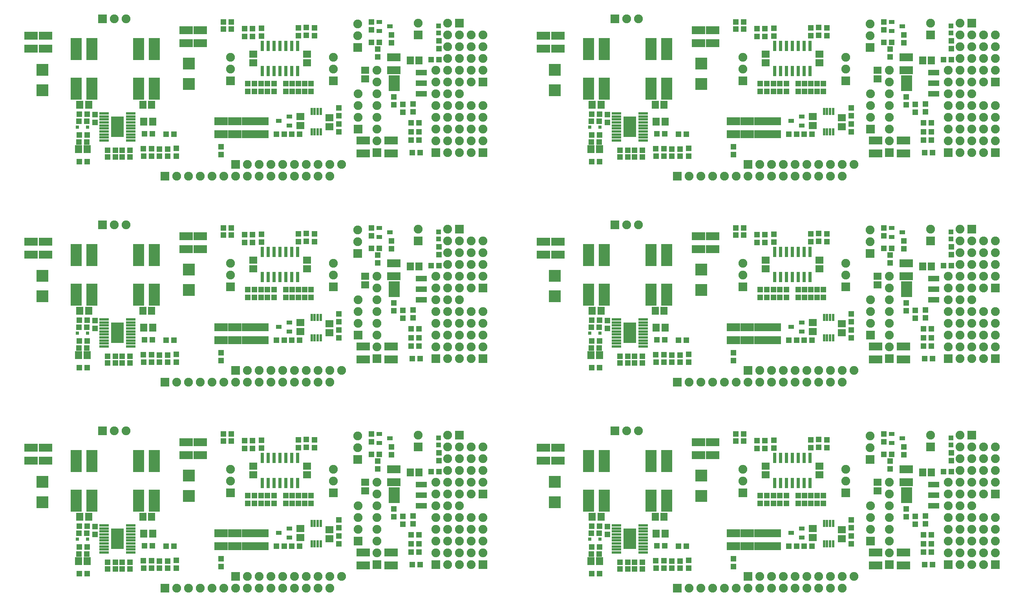
<source format=gbr>
G04 DipTrace 2.4.0.2*
%INTopMask.gbr*%
%MOIN*%
%ADD28R,0.0315X0.0315*%
%ADD46R,0.0316X0.0867*%
%ADD48R,0.0237X0.0631*%
%ADD50R,0.0926X0.136*%
%ADD52R,0.0926X0.0454*%
%ADD54R,0.1064X0.1734*%
%ADD56R,0.0789X0.0237*%
%ADD58R,0.0926X0.1852*%
%ADD60R,0.0493X0.0336*%
%ADD62C,0.0749*%
%ADD64R,0.0749X0.0749*%
%ADD66R,0.0395X0.0395*%
%ADD68R,0.1025X0.1025*%
%ADD70R,0.0474X0.0513*%
%ADD72R,0.0671X0.0592*%
%ADD74R,0.0592X0.0671*%
%ADD76R,0.1143X0.071*%
%ADD78R,0.0513X0.0474*%
%FSLAX44Y44*%
G04*
G70*
G90*
G75*
G01*
%LNTopMask*%
%LPD*%
D78*
X9363Y2639D3*
X10032D3*
D76*
X17750Y4551D3*
Y5654D3*
X18921Y4551D3*
Y5654D3*
X20079Y4557D3*
Y5659D3*
X21230Y4557D3*
Y5659D3*
D78*
X11192Y2681D3*
X11861D3*
D74*
X6408Y3310D3*
X5660D3*
D78*
X11174Y3323D3*
X11843D3*
D74*
X11207Y5626D3*
X11955D3*
D72*
X26957Y5957D3*
Y5209D3*
X24492Y5311D3*
Y6059D3*
D76*
X14785Y12300D3*
Y13402D3*
X16003Y12282D3*
Y13384D3*
D74*
X5764Y7059D3*
X6512D3*
X11118Y7067D3*
X11866D3*
D70*
X20598Y8189D3*
Y8858D3*
X20440Y12876D3*
Y13546D3*
D76*
X2854Y12933D3*
Y11831D3*
X1635Y12937D3*
Y11835D3*
D70*
X24869Y8189D3*
Y8858D3*
X25003Y12957D3*
Y13626D3*
D74*
X34567Y10827D3*
X33819D3*
D76*
X32437Y10002D3*
Y11104D3*
D70*
X33187Y7102D3*
Y6433D3*
D72*
X20507Y10626D3*
Y11374D3*
X25052Y10626D3*
Y11374D3*
D76*
X29813Y2938D3*
Y4040D3*
X32188Y2938D3*
Y4040D3*
D72*
X30000Y9250D3*
Y9998D3*
D68*
X2587Y10031D3*
Y8299D3*
X15013Y10567D3*
Y8835D3*
D28*
X6414Y5150D3*
X5548D3*
D66*
X36240Y13750D3*
Y13159D3*
D64*
X38000Y14000D3*
D62*
X37000D3*
X38000Y13000D3*
X37000D3*
X38000Y12000D3*
X37000D3*
X38000Y11000D3*
X37000D3*
X38000Y10000D3*
X37000D3*
X38000Y9000D3*
X37000D3*
X38000Y8000D3*
X37000D3*
X38000Y7000D3*
X37000D3*
X38000Y6000D3*
X37000D3*
X38000Y5000D3*
X37000D3*
X38000Y4000D3*
X37000D3*
X38000Y3000D3*
X37000D3*
D64*
X19000Y2000D3*
D62*
X20000D3*
X21000D3*
X22000D3*
X23000D3*
X24000D3*
X25000D3*
X26000D3*
X27000D3*
X28000D3*
D64*
X40000Y3000D3*
D62*
X39000D3*
X40000Y4000D3*
X39000D3*
X40000Y5000D3*
X39000D3*
X40000Y6000D3*
X39000D3*
X40000Y7000D3*
X39000D3*
D64*
X40000Y9000D3*
D62*
X39000D3*
X40000Y10000D3*
X39000D3*
X40000Y11000D3*
X39000D3*
X40000Y12000D3*
X39000D3*
X40000Y13000D3*
X39000D3*
D64*
X7681Y14374D3*
D62*
X8681D3*
X9681D3*
D64*
X18549Y9100D3*
D62*
Y10100D3*
Y11100D3*
D64*
X27284Y9096D3*
D62*
Y10096D3*
Y11096D3*
D64*
X34500Y13000D3*
D62*
Y14000D3*
D64*
X29366Y11945D3*
D62*
Y12945D3*
Y13945D3*
D64*
X29378Y5001D3*
D62*
Y6001D3*
Y7001D3*
Y8001D3*
D64*
X36000Y3000D3*
D62*
Y4000D3*
Y5000D3*
Y6000D3*
Y7000D3*
Y8000D3*
Y9000D3*
Y10000D3*
D64*
X31000Y3000D3*
D62*
Y4000D3*
Y5000D3*
Y6000D3*
Y7000D3*
Y8000D3*
Y9000D3*
Y10000D3*
D64*
X13000Y1000D3*
D62*
X14000D3*
X15000D3*
X16000D3*
X17000D3*
X18000D3*
X19000D3*
X20000D3*
X21000D3*
X22000D3*
X23000D3*
X24000D3*
X25000D3*
X26000D3*
X27000D3*
D60*
X31201Y14094D3*
Y13346D3*
X32106Y13720D3*
D78*
X8809Y3203D3*
X8140D3*
X8805Y2639D3*
X8136D3*
X10032Y3209D3*
X9363D3*
D70*
X13956Y3357D3*
Y2687D3*
D78*
X13212Y3306D3*
X12542D3*
X13210Y2690D3*
X12540D3*
X5699Y3908D3*
X6368D3*
X11250Y4596D3*
X11919D3*
X5711Y4494D3*
X6380D3*
X13757Y4550D3*
X13087D3*
X5705Y5674D3*
X6374D3*
X5719Y6261D3*
X6388D3*
X23750Y4562D3*
X24419D3*
X23125D3*
X22456D3*
D70*
X27753Y6126D3*
Y6795D3*
Y4750D3*
Y5420D3*
X21161Y8189D3*
Y8858D3*
X22260Y8189D3*
Y8858D3*
X20036Y8864D3*
Y8195D3*
X21190Y13564D3*
Y12895D3*
X21696Y8189D3*
Y8858D3*
X19752Y12876D3*
Y13546D3*
X24338Y8189D3*
Y8858D3*
X23252Y8189D3*
Y8858D3*
X25408Y8868D3*
Y8199D3*
X24315Y13608D3*
Y12939D3*
X23796Y8189D3*
Y8858D3*
X25690Y12939D3*
Y13608D3*
X31059Y11124D3*
Y11793D3*
D78*
X30522Y12372D3*
X31191D3*
X35591Y10906D3*
X36260D3*
D70*
X34062Y6451D3*
Y7120D3*
X32437Y7058D3*
Y7727D3*
X30541Y14094D3*
Y13425D3*
D78*
X18622Y13504D3*
X17953D3*
Y14094D3*
X18622D3*
X34000Y3000D3*
X34669D3*
X34563Y4063D3*
X33893D3*
D70*
X17756Y2815D3*
Y3484D3*
D78*
X34567Y4774D3*
X33898D3*
X34567Y5531D3*
X33898D3*
D70*
X32224Y12333D3*
Y13002D3*
X36250Y11841D3*
Y12510D3*
X7047Y6220D3*
Y5551D3*
D78*
X6398Y2224D3*
X5728D3*
D58*
X5445Y8441D3*
X6795D3*
Y11787D3*
X5445D3*
X10752Y8441D3*
X12102D3*
Y11787D3*
X10752D3*
D56*
X10105Y4031D3*
Y4287D3*
Y4543D3*
Y4799D3*
Y5055D3*
Y5311D3*
Y5567D3*
Y5823D3*
Y6079D3*
Y6335D3*
X7822D3*
Y6079D3*
Y5823D3*
Y5567D3*
Y5311D3*
Y5055D3*
Y4799D3*
Y4543D3*
Y4287D3*
Y4031D3*
D54*
X8964Y5183D3*
D52*
X34750Y7995D3*
Y8901D3*
Y9806D3*
D50*
X32467Y8901D3*
D48*
X25449Y4768D3*
X25705D3*
X25961D3*
X26217D3*
Y6500D3*
X25961D3*
X25705D3*
X25449D3*
D60*
X23565Y5313D3*
Y6061D3*
X22659Y5687D3*
D46*
X21252Y9939D3*
X21752D3*
X22252D3*
X22752D3*
X23252D3*
X23752D3*
X24252D3*
Y12065D3*
X23752D3*
X23252D3*
X22752D3*
X22252D3*
X21752D3*
X21252D3*
D78*
X52863Y2639D3*
X53532D3*
D76*
X61250Y4551D3*
Y5654D3*
X62421Y4551D3*
Y5654D3*
X63579Y4557D3*
Y5659D3*
X64730Y4557D3*
Y5659D3*
D78*
X54692Y2681D3*
X55361D3*
D74*
X49908Y3310D3*
X49160D3*
D78*
X54674Y3323D3*
X55343D3*
D74*
X54707Y5626D3*
X55455D3*
D72*
X70457Y5957D3*
Y5209D3*
X67992Y5311D3*
Y6059D3*
D76*
X58285Y12300D3*
Y13402D3*
X59503Y12282D3*
Y13384D3*
D74*
X49264Y7059D3*
X50012D3*
X54618Y7067D3*
X55366D3*
D70*
X64098Y8189D3*
Y8858D3*
X63940Y12876D3*
Y13546D3*
D76*
X46354Y12933D3*
Y11831D3*
X45135Y12937D3*
Y11835D3*
D70*
X68369Y8189D3*
Y8858D3*
X68503Y12957D3*
Y13626D3*
D74*
X78067Y10827D3*
X77319D3*
D76*
X75937Y10002D3*
Y11104D3*
D70*
X76687Y7102D3*
Y6433D3*
D72*
X64007Y10626D3*
Y11374D3*
X68552Y10626D3*
Y11374D3*
D76*
X73313Y2938D3*
Y4040D3*
X75688Y2938D3*
Y4040D3*
D72*
X73500Y9250D3*
Y9998D3*
D68*
X46087Y10031D3*
Y8299D3*
X58513Y10567D3*
Y8835D3*
D28*
X49914Y5150D3*
X49048D3*
D66*
X79740Y13750D3*
Y13159D3*
D64*
X81500Y14000D3*
D62*
X80500D3*
X81500Y13000D3*
X80500D3*
X81500Y12000D3*
X80500D3*
X81500Y11000D3*
X80500D3*
X81500Y10000D3*
X80500D3*
X81500Y9000D3*
X80500D3*
X81500Y8000D3*
X80500D3*
X81500Y7000D3*
X80500D3*
X81500Y6000D3*
X80500D3*
X81500Y5000D3*
X80500D3*
X81500Y4000D3*
X80500D3*
X81500Y3000D3*
X80500D3*
D64*
X62500Y2000D3*
D62*
X63500D3*
X64500D3*
X65500D3*
X66500D3*
X67500D3*
X68500D3*
X69500D3*
X70500D3*
X71500D3*
D64*
X83500Y3000D3*
D62*
X82500D3*
X83500Y4000D3*
X82500D3*
X83500Y5000D3*
X82500D3*
X83500Y6000D3*
X82500D3*
X83500Y7000D3*
X82500D3*
D64*
X83500Y9000D3*
D62*
X82500D3*
X83500Y10000D3*
X82500D3*
X83500Y11000D3*
X82500D3*
X83500Y12000D3*
X82500D3*
X83500Y13000D3*
X82500D3*
D64*
X51181Y14374D3*
D62*
X52181D3*
X53181D3*
D64*
X62049Y9100D3*
D62*
Y10100D3*
Y11100D3*
D64*
X70784Y9096D3*
D62*
Y10096D3*
Y11096D3*
D64*
X78000Y13000D3*
D62*
Y14000D3*
D64*
X72866Y11945D3*
D62*
Y12945D3*
Y13945D3*
D64*
X72878Y5001D3*
D62*
Y6001D3*
Y7001D3*
Y8001D3*
D64*
X79500Y3000D3*
D62*
Y4000D3*
Y5000D3*
Y6000D3*
Y7000D3*
Y8000D3*
Y9000D3*
Y10000D3*
D64*
X74500Y3000D3*
D62*
Y4000D3*
Y5000D3*
Y6000D3*
Y7000D3*
Y8000D3*
Y9000D3*
Y10000D3*
D64*
X56500Y1000D3*
D62*
X57500D3*
X58500D3*
X59500D3*
X60500D3*
X61500D3*
X62500D3*
X63500D3*
X64500D3*
X65500D3*
X66500D3*
X67500D3*
X68500D3*
X69500D3*
X70500D3*
D60*
X74701Y14094D3*
Y13346D3*
X75606Y13720D3*
D78*
X52309Y3203D3*
X51640D3*
X52305Y2639D3*
X51636D3*
X53532Y3209D3*
X52863D3*
D70*
X57456Y3357D3*
Y2687D3*
D78*
X56712Y3306D3*
X56042D3*
X56710Y2690D3*
X56040D3*
X49199Y3908D3*
X49868D3*
X54750Y4596D3*
X55419D3*
X49211Y4494D3*
X49880D3*
X57257Y4550D3*
X56587D3*
X49205Y5674D3*
X49874D3*
X49219Y6261D3*
X49888D3*
X67250Y4562D3*
X67919D3*
X66625D3*
X65956D3*
D70*
X71253Y6126D3*
Y6795D3*
Y4750D3*
Y5420D3*
X64661Y8189D3*
Y8858D3*
X65760Y8189D3*
Y8858D3*
X63536Y8864D3*
Y8195D3*
X64690Y13564D3*
Y12895D3*
X65196Y8189D3*
Y8858D3*
X63252Y12876D3*
Y13546D3*
X67838Y8189D3*
Y8858D3*
X66752Y8189D3*
Y8858D3*
X68908Y8868D3*
Y8199D3*
X67815Y13608D3*
Y12939D3*
X67296Y8189D3*
Y8858D3*
X69190Y12939D3*
Y13608D3*
X74559Y11124D3*
Y11793D3*
D78*
X74022Y12372D3*
X74691D3*
X79091Y10906D3*
X79760D3*
D70*
X77562Y6451D3*
Y7120D3*
X75937Y7058D3*
Y7727D3*
X74041Y14094D3*
Y13425D3*
D78*
X62122Y13504D3*
X61453D3*
Y14094D3*
X62122D3*
X77500Y3000D3*
X78169D3*
X78063Y4063D3*
X77393D3*
D70*
X61256Y2815D3*
Y3484D3*
D78*
X78067Y4774D3*
X77398D3*
X78067Y5531D3*
X77398D3*
D70*
X75724Y12333D3*
Y13002D3*
X79750Y11841D3*
Y12510D3*
X50547Y6220D3*
Y5551D3*
D78*
X49898Y2224D3*
X49228D3*
D58*
X48945Y8441D3*
X50295D3*
Y11787D3*
X48945D3*
X54252Y8441D3*
X55602D3*
Y11787D3*
X54252D3*
D56*
X53605Y4031D3*
Y4287D3*
Y4543D3*
Y4799D3*
Y5055D3*
Y5311D3*
Y5567D3*
Y5823D3*
Y6079D3*
Y6335D3*
X51322D3*
Y6079D3*
Y5823D3*
Y5567D3*
Y5311D3*
Y5055D3*
Y4799D3*
Y4543D3*
Y4287D3*
Y4031D3*
D54*
X52464Y5183D3*
D52*
X78250Y7995D3*
Y8901D3*
Y9806D3*
D50*
X75967Y8901D3*
D48*
X68949Y4768D3*
X69205D3*
X69461D3*
X69717D3*
Y6500D3*
X69461D3*
X69205D3*
X68949D3*
D60*
X67065Y5313D3*
Y6061D3*
X66159Y5687D3*
D46*
X64752Y9939D3*
X65252D3*
X65752D3*
X66252D3*
X66752D3*
X67252D3*
X67752D3*
Y12065D3*
X67252D3*
X66752D3*
X66252D3*
X65752D3*
X65252D3*
X64752D3*
D78*
X9363Y20139D3*
X10032D3*
D76*
X17750Y22051D3*
Y23154D3*
X18921Y22051D3*
Y23154D3*
X20079Y22057D3*
Y23159D3*
X21230Y22057D3*
Y23159D3*
D78*
X11192Y20181D3*
X11861D3*
D74*
X6408Y20810D3*
X5660D3*
D78*
X11174Y20823D3*
X11843D3*
D74*
X11207Y23126D3*
X11955D3*
D72*
X26957Y23457D3*
Y22709D3*
X24492Y22811D3*
Y23559D3*
D76*
X14785Y29800D3*
Y30902D3*
X16003Y29782D3*
Y30884D3*
D74*
X5764Y24559D3*
X6512D3*
X11118Y24567D3*
X11866D3*
D70*
X20598Y25689D3*
Y26358D3*
X20440Y30376D3*
Y31046D3*
D76*
X2854Y30433D3*
Y29331D3*
X1635Y30437D3*
Y29335D3*
D70*
X24869Y25689D3*
Y26358D3*
X25003Y30457D3*
Y31126D3*
D74*
X34567Y28327D3*
X33819D3*
D76*
X32437Y27502D3*
Y28604D3*
D70*
X33187Y24602D3*
Y23933D3*
D72*
X20507Y28126D3*
Y28874D3*
X25052Y28126D3*
Y28874D3*
D76*
X29813Y20438D3*
Y21540D3*
X32188Y20438D3*
Y21540D3*
D72*
X30000Y26750D3*
Y27498D3*
D68*
X2587Y27531D3*
Y25799D3*
X15013Y28067D3*
Y26335D3*
D28*
X6414Y22650D3*
X5548D3*
D66*
X36240Y31250D3*
Y30659D3*
D64*
X38000Y31500D3*
D62*
X37000D3*
X38000Y30500D3*
X37000D3*
X38000Y29500D3*
X37000D3*
X38000Y28500D3*
X37000D3*
X38000Y27500D3*
X37000D3*
X38000Y26500D3*
X37000D3*
X38000Y25500D3*
X37000D3*
X38000Y24500D3*
X37000D3*
X38000Y23500D3*
X37000D3*
X38000Y22500D3*
X37000D3*
X38000Y21500D3*
X37000D3*
X38000Y20500D3*
X37000D3*
D64*
X19000Y19500D3*
D62*
X20000D3*
X21000D3*
X22000D3*
X23000D3*
X24000D3*
X25000D3*
X26000D3*
X27000D3*
X28000D3*
D64*
X40000Y20500D3*
D62*
X39000D3*
X40000Y21500D3*
X39000D3*
X40000Y22500D3*
X39000D3*
X40000Y23500D3*
X39000D3*
X40000Y24500D3*
X39000D3*
D64*
X40000Y26500D3*
D62*
X39000D3*
X40000Y27500D3*
X39000D3*
X40000Y28500D3*
X39000D3*
X40000Y29500D3*
X39000D3*
X40000Y30500D3*
X39000D3*
D64*
X7681Y31874D3*
D62*
X8681D3*
X9681D3*
D64*
X18549Y26600D3*
D62*
Y27600D3*
Y28600D3*
D64*
X27284Y26596D3*
D62*
Y27596D3*
Y28596D3*
D64*
X34500Y30500D3*
D62*
Y31500D3*
D64*
X29366Y29445D3*
D62*
Y30445D3*
Y31445D3*
D64*
X29378Y22501D3*
D62*
Y23501D3*
Y24501D3*
Y25501D3*
D64*
X36000Y20500D3*
D62*
Y21500D3*
Y22500D3*
Y23500D3*
Y24500D3*
Y25500D3*
Y26500D3*
Y27500D3*
D64*
X31000Y20500D3*
D62*
Y21500D3*
Y22500D3*
Y23500D3*
Y24500D3*
Y25500D3*
Y26500D3*
Y27500D3*
D64*
X13000Y18500D3*
D62*
X14000D3*
X15000D3*
X16000D3*
X17000D3*
X18000D3*
X19000D3*
X20000D3*
X21000D3*
X22000D3*
X23000D3*
X24000D3*
X25000D3*
X26000D3*
X27000D3*
D60*
X31201Y31594D3*
Y30846D3*
X32106Y31220D3*
D78*
X8809Y20703D3*
X8140D3*
X8805Y20139D3*
X8136D3*
X10032Y20709D3*
X9363D3*
D70*
X13956Y20857D3*
Y20187D3*
D78*
X13212Y20806D3*
X12542D3*
X13210Y20190D3*
X12540D3*
X5699Y21408D3*
X6368D3*
X11250Y22096D3*
X11919D3*
X5711Y21994D3*
X6380D3*
X13757Y22050D3*
X13087D3*
X5705Y23174D3*
X6374D3*
X5719Y23761D3*
X6388D3*
X23750Y22062D3*
X24419D3*
X23125D3*
X22456D3*
D70*
X27753Y23626D3*
Y24295D3*
Y22250D3*
Y22920D3*
X21161Y25689D3*
Y26358D3*
X22260Y25689D3*
Y26358D3*
X20036Y26364D3*
Y25695D3*
X21190Y31064D3*
Y30395D3*
X21696Y25689D3*
Y26358D3*
X19752Y30376D3*
Y31046D3*
X24338Y25689D3*
Y26358D3*
X23252Y25689D3*
Y26358D3*
X25408Y26368D3*
Y25699D3*
X24315Y31108D3*
Y30439D3*
X23796Y25689D3*
Y26358D3*
X25690Y30439D3*
Y31108D3*
X31059Y28624D3*
Y29293D3*
D78*
X30522Y29872D3*
X31191D3*
X35591Y28406D3*
X36260D3*
D70*
X34062Y23951D3*
Y24620D3*
X32437Y24558D3*
Y25227D3*
X30541Y31594D3*
Y30925D3*
D78*
X18622Y31004D3*
X17953D3*
Y31594D3*
X18622D3*
X34000Y20500D3*
X34669D3*
X34563Y21563D3*
X33893D3*
D70*
X17756Y20315D3*
Y20984D3*
D78*
X34567Y22274D3*
X33898D3*
X34567Y23031D3*
X33898D3*
D70*
X32224Y29833D3*
Y30502D3*
X36250Y29341D3*
Y30010D3*
X7047Y23720D3*
Y23051D3*
D78*
X6398Y19724D3*
X5728D3*
D58*
X5445Y25941D3*
X6795D3*
Y29287D3*
X5445D3*
X10752Y25941D3*
X12102D3*
Y29287D3*
X10752D3*
D56*
X10105Y21531D3*
Y21787D3*
Y22043D3*
Y22299D3*
Y22555D3*
Y22811D3*
Y23067D3*
Y23323D3*
Y23579D3*
Y23835D3*
X7822D3*
Y23579D3*
Y23323D3*
Y23067D3*
Y22811D3*
Y22555D3*
Y22299D3*
Y22043D3*
Y21787D3*
Y21531D3*
D54*
X8964Y22683D3*
D52*
X34750Y25495D3*
Y26401D3*
Y27306D3*
D50*
X32467Y26401D3*
D48*
X25449Y22268D3*
X25705D3*
X25961D3*
X26217D3*
Y24000D3*
X25961D3*
X25705D3*
X25449D3*
D60*
X23565Y22813D3*
Y23561D3*
X22659Y23187D3*
D46*
X21252Y27439D3*
X21752D3*
X22252D3*
X22752D3*
X23252D3*
X23752D3*
X24252D3*
Y29565D3*
X23752D3*
X23252D3*
X22752D3*
X22252D3*
X21752D3*
X21252D3*
D78*
X52863Y20139D3*
X53532D3*
D76*
X61250Y22051D3*
Y23154D3*
X62421Y22051D3*
Y23154D3*
X63579Y22057D3*
Y23159D3*
X64730Y22057D3*
Y23159D3*
D78*
X54692Y20181D3*
X55361D3*
D74*
X49908Y20810D3*
X49160D3*
D78*
X54674Y20823D3*
X55343D3*
D74*
X54707Y23126D3*
X55455D3*
D72*
X70457Y23457D3*
Y22709D3*
X67992Y22811D3*
Y23559D3*
D76*
X58285Y29800D3*
Y30902D3*
X59503Y29782D3*
Y30884D3*
D74*
X49264Y24559D3*
X50012D3*
X54618Y24567D3*
X55366D3*
D70*
X64098Y25689D3*
Y26358D3*
X63940Y30376D3*
Y31046D3*
D76*
X46354Y30433D3*
Y29331D3*
X45135Y30437D3*
Y29335D3*
D70*
X68369Y25689D3*
Y26358D3*
X68503Y30457D3*
Y31126D3*
D74*
X78067Y28327D3*
X77319D3*
D76*
X75937Y27502D3*
Y28604D3*
D70*
X76687Y24602D3*
Y23933D3*
D72*
X64007Y28126D3*
Y28874D3*
X68552Y28126D3*
Y28874D3*
D76*
X73313Y20438D3*
Y21540D3*
X75688Y20438D3*
Y21540D3*
D72*
X73500Y26750D3*
Y27498D3*
D68*
X46087Y27531D3*
Y25799D3*
X58513Y28067D3*
Y26335D3*
D28*
X49914Y22650D3*
X49048D3*
D66*
X79740Y31250D3*
Y30659D3*
D64*
X81500Y31500D3*
D62*
X80500D3*
X81500Y30500D3*
X80500D3*
X81500Y29500D3*
X80500D3*
X81500Y28500D3*
X80500D3*
X81500Y27500D3*
X80500D3*
X81500Y26500D3*
X80500D3*
X81500Y25500D3*
X80500D3*
X81500Y24500D3*
X80500D3*
X81500Y23500D3*
X80500D3*
X81500Y22500D3*
X80500D3*
X81500Y21500D3*
X80500D3*
X81500Y20500D3*
X80500D3*
D64*
X62500Y19500D3*
D62*
X63500D3*
X64500D3*
X65500D3*
X66500D3*
X67500D3*
X68500D3*
X69500D3*
X70500D3*
X71500D3*
D64*
X83500Y20500D3*
D62*
X82500D3*
X83500Y21500D3*
X82500D3*
X83500Y22500D3*
X82500D3*
X83500Y23500D3*
X82500D3*
X83500Y24500D3*
X82500D3*
D64*
X83500Y26500D3*
D62*
X82500D3*
X83500Y27500D3*
X82500D3*
X83500Y28500D3*
X82500D3*
X83500Y29500D3*
X82500D3*
X83500Y30500D3*
X82500D3*
D64*
X51181Y31874D3*
D62*
X52181D3*
X53181D3*
D64*
X62049Y26600D3*
D62*
Y27600D3*
Y28600D3*
D64*
X70784Y26596D3*
D62*
Y27596D3*
Y28596D3*
D64*
X78000Y30500D3*
D62*
Y31500D3*
D64*
X72866Y29445D3*
D62*
Y30445D3*
Y31445D3*
D64*
X72878Y22501D3*
D62*
Y23501D3*
Y24501D3*
Y25501D3*
D64*
X79500Y20500D3*
D62*
Y21500D3*
Y22500D3*
Y23500D3*
Y24500D3*
Y25500D3*
Y26500D3*
Y27500D3*
D64*
X74500Y20500D3*
D62*
Y21500D3*
Y22500D3*
Y23500D3*
Y24500D3*
Y25500D3*
Y26500D3*
Y27500D3*
D64*
X56500Y18500D3*
D62*
X57500D3*
X58500D3*
X59500D3*
X60500D3*
X61500D3*
X62500D3*
X63500D3*
X64500D3*
X65500D3*
X66500D3*
X67500D3*
X68500D3*
X69500D3*
X70500D3*
D60*
X74701Y31594D3*
Y30846D3*
X75606Y31220D3*
D78*
X52309Y20703D3*
X51640D3*
X52305Y20139D3*
X51636D3*
X53532Y20709D3*
X52863D3*
D70*
X57456Y20857D3*
Y20187D3*
D78*
X56712Y20806D3*
X56042D3*
X56710Y20190D3*
X56040D3*
X49199Y21408D3*
X49868D3*
X54750Y22096D3*
X55419D3*
X49211Y21994D3*
X49880D3*
X57257Y22050D3*
X56587D3*
X49205Y23174D3*
X49874D3*
X49219Y23761D3*
X49888D3*
X67250Y22062D3*
X67919D3*
X66625D3*
X65956D3*
D70*
X71253Y23626D3*
Y24295D3*
Y22250D3*
Y22920D3*
X64661Y25689D3*
Y26358D3*
X65760Y25689D3*
Y26358D3*
X63536Y26364D3*
Y25695D3*
X64690Y31064D3*
Y30395D3*
X65196Y25689D3*
Y26358D3*
X63252Y30376D3*
Y31046D3*
X67838Y25689D3*
Y26358D3*
X66752Y25689D3*
Y26358D3*
X68908Y26368D3*
Y25699D3*
X67815Y31108D3*
Y30439D3*
X67296Y25689D3*
Y26358D3*
X69190Y30439D3*
Y31108D3*
X74559Y28624D3*
Y29293D3*
D78*
X74022Y29872D3*
X74691D3*
X79091Y28406D3*
X79760D3*
D70*
X77562Y23951D3*
Y24620D3*
X75937Y24558D3*
Y25227D3*
X74041Y31594D3*
Y30925D3*
D78*
X62122Y31004D3*
X61453D3*
Y31594D3*
X62122D3*
X77500Y20500D3*
X78169D3*
X78063Y21563D3*
X77393D3*
D70*
X61256Y20315D3*
Y20984D3*
D78*
X78067Y22274D3*
X77398D3*
X78067Y23031D3*
X77398D3*
D70*
X75724Y29833D3*
Y30502D3*
X79750Y29341D3*
Y30010D3*
X50547Y23720D3*
Y23051D3*
D78*
X49898Y19724D3*
X49228D3*
D58*
X48945Y25941D3*
X50295D3*
Y29287D3*
X48945D3*
X54252Y25941D3*
X55602D3*
Y29287D3*
X54252D3*
D56*
X53605Y21531D3*
Y21787D3*
Y22043D3*
Y22299D3*
Y22555D3*
Y22811D3*
Y23067D3*
Y23323D3*
Y23579D3*
Y23835D3*
X51322D3*
Y23579D3*
Y23323D3*
Y23067D3*
Y22811D3*
Y22555D3*
Y22299D3*
Y22043D3*
Y21787D3*
Y21531D3*
D54*
X52464Y22683D3*
D52*
X78250Y25495D3*
Y26401D3*
Y27306D3*
D50*
X75967Y26401D3*
D48*
X68949Y22268D3*
X69205D3*
X69461D3*
X69717D3*
Y24000D3*
X69461D3*
X69205D3*
X68949D3*
D60*
X67065Y22813D3*
Y23561D3*
X66159Y23187D3*
D46*
X64752Y27439D3*
X65252D3*
X65752D3*
X66252D3*
X66752D3*
X67252D3*
X67752D3*
Y29565D3*
X67252D3*
X66752D3*
X66252D3*
X65752D3*
X65252D3*
X64752D3*
D78*
X9363Y37639D3*
X10032D3*
D76*
X17750Y39551D3*
Y40654D3*
X18921Y39551D3*
Y40654D3*
X20079Y39557D3*
Y40659D3*
X21230Y39557D3*
Y40659D3*
D78*
X11192Y37681D3*
X11861D3*
D74*
X6408Y38310D3*
X5660D3*
D78*
X11174Y38323D3*
X11843D3*
D74*
X11207Y40626D3*
X11955D3*
D72*
X26957Y40957D3*
Y40209D3*
X24492Y40311D3*
Y41059D3*
D76*
X14785Y47300D3*
Y48402D3*
X16003Y47282D3*
Y48384D3*
D74*
X5764Y42059D3*
X6512D3*
X11118Y42067D3*
X11866D3*
D70*
X20598Y43189D3*
Y43858D3*
X20440Y47876D3*
Y48546D3*
D76*
X2854Y47933D3*
Y46831D3*
X1635Y47937D3*
Y46835D3*
D70*
X24869Y43189D3*
Y43858D3*
X25003Y47957D3*
Y48626D3*
D74*
X34567Y45827D3*
X33819D3*
D76*
X32437Y45002D3*
Y46104D3*
D70*
X33187Y42102D3*
Y41433D3*
D72*
X20507Y45626D3*
Y46374D3*
X25052Y45626D3*
Y46374D3*
D76*
X29813Y37938D3*
Y39040D3*
X32188Y37938D3*
Y39040D3*
D72*
X30000Y44250D3*
Y44998D3*
D68*
X2587Y45031D3*
Y43299D3*
X15013Y45567D3*
Y43835D3*
D28*
X6414Y40150D3*
X5548D3*
D66*
X36240Y48750D3*
Y48159D3*
D64*
X38000Y49000D3*
D62*
X37000D3*
X38000Y48000D3*
X37000D3*
X38000Y47000D3*
X37000D3*
X38000Y46000D3*
X37000D3*
X38000Y45000D3*
X37000D3*
X38000Y44000D3*
X37000D3*
X38000Y43000D3*
X37000D3*
X38000Y42000D3*
X37000D3*
X38000Y41000D3*
X37000D3*
X38000Y40000D3*
X37000D3*
X38000Y39000D3*
X37000D3*
X38000Y38000D3*
X37000D3*
D64*
X19000Y37000D3*
D62*
X20000D3*
X21000D3*
X22000D3*
X23000D3*
X24000D3*
X25000D3*
X26000D3*
X27000D3*
X28000D3*
D64*
X40000Y38000D3*
D62*
X39000D3*
X40000Y39000D3*
X39000D3*
X40000Y40000D3*
X39000D3*
X40000Y41000D3*
X39000D3*
X40000Y42000D3*
X39000D3*
D64*
X40000Y44000D3*
D62*
X39000D3*
X40000Y45000D3*
X39000D3*
X40000Y46000D3*
X39000D3*
X40000Y47000D3*
X39000D3*
X40000Y48000D3*
X39000D3*
D64*
X7681Y49374D3*
D62*
X8681D3*
X9681D3*
D64*
X18549Y44100D3*
D62*
Y45100D3*
Y46100D3*
D64*
X27284Y44096D3*
D62*
Y45096D3*
Y46096D3*
D64*
X34500Y48000D3*
D62*
Y49000D3*
D64*
X29366Y46945D3*
D62*
Y47945D3*
Y48945D3*
D64*
X29378Y40001D3*
D62*
Y41001D3*
Y42001D3*
Y43001D3*
D64*
X36000Y38000D3*
D62*
Y39000D3*
Y40000D3*
Y41000D3*
Y42000D3*
Y43000D3*
Y44000D3*
Y45000D3*
D64*
X31000Y38000D3*
D62*
Y39000D3*
Y40000D3*
Y41000D3*
Y42000D3*
Y43000D3*
Y44000D3*
Y45000D3*
D64*
X13000Y36000D3*
D62*
X14000D3*
X15000D3*
X16000D3*
X17000D3*
X18000D3*
X19000D3*
X20000D3*
X21000D3*
X22000D3*
X23000D3*
X24000D3*
X25000D3*
X26000D3*
X27000D3*
D60*
X31201Y49094D3*
Y48346D3*
X32106Y48720D3*
D78*
X8809Y38203D3*
X8140D3*
X8805Y37639D3*
X8136D3*
X10032Y38209D3*
X9363D3*
D70*
X13956Y38357D3*
Y37687D3*
D78*
X13212Y38306D3*
X12542D3*
X13210Y37690D3*
X12540D3*
X5699Y38908D3*
X6368D3*
X11250Y39596D3*
X11919D3*
X5711Y39494D3*
X6380D3*
X13757Y39550D3*
X13087D3*
X5705Y40674D3*
X6374D3*
X5719Y41261D3*
X6388D3*
X23750Y39562D3*
X24419D3*
X23125D3*
X22456D3*
D70*
X27753Y41126D3*
Y41795D3*
Y39750D3*
Y40420D3*
X21161Y43189D3*
Y43858D3*
X22260Y43189D3*
Y43858D3*
X20036Y43864D3*
Y43195D3*
X21190Y48564D3*
Y47895D3*
X21696Y43189D3*
Y43858D3*
X19752Y47876D3*
Y48546D3*
X24338Y43189D3*
Y43858D3*
X23252Y43189D3*
Y43858D3*
X25408Y43868D3*
Y43199D3*
X24315Y48608D3*
Y47939D3*
X23796Y43189D3*
Y43858D3*
X25690Y47939D3*
Y48608D3*
X31059Y46124D3*
Y46793D3*
D78*
X30522Y47372D3*
X31191D3*
X35591Y45906D3*
X36260D3*
D70*
X34062Y41451D3*
Y42120D3*
X32437Y42058D3*
Y42727D3*
X30541Y49094D3*
Y48425D3*
D78*
X18622Y48504D3*
X17953D3*
Y49094D3*
X18622D3*
X34000Y38000D3*
X34669D3*
X34563Y39063D3*
X33893D3*
D70*
X17756Y37815D3*
Y38484D3*
D78*
X34567Y39774D3*
X33898D3*
X34567Y40531D3*
X33898D3*
D70*
X32224Y47333D3*
Y48002D3*
X36250Y46841D3*
Y47510D3*
X7047Y41220D3*
Y40551D3*
D78*
X6398Y37224D3*
X5728D3*
D58*
X5445Y43441D3*
X6795D3*
Y46787D3*
X5445D3*
X10752Y43441D3*
X12102D3*
Y46787D3*
X10752D3*
D56*
X10105Y39031D3*
Y39287D3*
Y39543D3*
Y39799D3*
Y40055D3*
Y40311D3*
Y40567D3*
Y40823D3*
Y41079D3*
Y41335D3*
X7822D3*
Y41079D3*
Y40823D3*
Y40567D3*
Y40311D3*
Y40055D3*
Y39799D3*
Y39543D3*
Y39287D3*
Y39031D3*
D54*
X8964Y40183D3*
D52*
X34750Y42995D3*
Y43901D3*
Y44806D3*
D50*
X32467Y43901D3*
D48*
X25449Y39768D3*
X25705D3*
X25961D3*
X26217D3*
Y41500D3*
X25961D3*
X25705D3*
X25449D3*
D60*
X23565Y40313D3*
Y41061D3*
X22659Y40687D3*
D46*
X21252Y44939D3*
X21752D3*
X22252D3*
X22752D3*
X23252D3*
X23752D3*
X24252D3*
Y47065D3*
X23752D3*
X23252D3*
X22752D3*
X22252D3*
X21752D3*
X21252D3*
D78*
X52863Y37639D3*
X53532D3*
D76*
X61250Y39551D3*
Y40654D3*
X62421Y39551D3*
Y40654D3*
X63579Y39557D3*
Y40659D3*
X64730Y39557D3*
Y40659D3*
D78*
X54692Y37681D3*
X55361D3*
D74*
X49908Y38310D3*
X49160D3*
D78*
X54674Y38323D3*
X55343D3*
D74*
X54707Y40626D3*
X55455D3*
D72*
X70457Y40957D3*
Y40209D3*
X67992Y40311D3*
Y41059D3*
D76*
X58285Y47300D3*
Y48402D3*
X59503Y47282D3*
Y48384D3*
D74*
X49264Y42059D3*
X50012D3*
X54618Y42067D3*
X55366D3*
D70*
X64098Y43189D3*
Y43858D3*
X63940Y47876D3*
Y48546D3*
D76*
X46354Y47933D3*
Y46831D3*
X45135Y47937D3*
Y46835D3*
D70*
X68369Y43189D3*
Y43858D3*
X68503Y47957D3*
Y48626D3*
D74*
X78067Y45827D3*
X77319D3*
D76*
X75937Y45002D3*
Y46104D3*
D70*
X76687Y42102D3*
Y41433D3*
D72*
X64007Y45626D3*
Y46374D3*
X68552Y45626D3*
Y46374D3*
D76*
X73313Y37938D3*
Y39040D3*
X75688Y37938D3*
Y39040D3*
D72*
X73500Y44250D3*
Y44998D3*
D68*
X46087Y45031D3*
Y43299D3*
X58513Y45567D3*
Y43835D3*
D28*
X49914Y40150D3*
X49048D3*
D66*
X79740Y48750D3*
Y48159D3*
D64*
X81500Y49000D3*
D62*
X80500D3*
X81500Y48000D3*
X80500D3*
X81500Y47000D3*
X80500D3*
X81500Y46000D3*
X80500D3*
X81500Y45000D3*
X80500D3*
X81500Y44000D3*
X80500D3*
X81500Y43000D3*
X80500D3*
X81500Y42000D3*
X80500D3*
X81500Y41000D3*
X80500D3*
X81500Y40000D3*
X80500D3*
X81500Y39000D3*
X80500D3*
X81500Y38000D3*
X80500D3*
D64*
X62500Y37000D3*
D62*
X63500D3*
X64500D3*
X65500D3*
X66500D3*
X67500D3*
X68500D3*
X69500D3*
X70500D3*
X71500D3*
D64*
X83500Y38000D3*
D62*
X82500D3*
X83500Y39000D3*
X82500D3*
X83500Y40000D3*
X82500D3*
X83500Y41000D3*
X82500D3*
X83500Y42000D3*
X82500D3*
D64*
X83500Y44000D3*
D62*
X82500D3*
X83500Y45000D3*
X82500D3*
X83500Y46000D3*
X82500D3*
X83500Y47000D3*
X82500D3*
X83500Y48000D3*
X82500D3*
D64*
X51181Y49374D3*
D62*
X52181D3*
X53181D3*
D64*
X62049Y44100D3*
D62*
Y45100D3*
Y46100D3*
D64*
X70784Y44096D3*
D62*
Y45096D3*
Y46096D3*
D64*
X78000Y48000D3*
D62*
Y49000D3*
D64*
X72866Y46945D3*
D62*
Y47945D3*
Y48945D3*
D64*
X72878Y40001D3*
D62*
Y41001D3*
Y42001D3*
Y43001D3*
D64*
X79500Y38000D3*
D62*
Y39000D3*
Y40000D3*
Y41000D3*
Y42000D3*
Y43000D3*
Y44000D3*
Y45000D3*
D64*
X74500Y38000D3*
D62*
Y39000D3*
Y40000D3*
Y41000D3*
Y42000D3*
Y43000D3*
Y44000D3*
Y45000D3*
D64*
X56500Y36000D3*
D62*
X57500D3*
X58500D3*
X59500D3*
X60500D3*
X61500D3*
X62500D3*
X63500D3*
X64500D3*
X65500D3*
X66500D3*
X67500D3*
X68500D3*
X69500D3*
X70500D3*
D60*
X74701Y49094D3*
Y48346D3*
X75606Y48720D3*
D78*
X52309Y38203D3*
X51640D3*
X52305Y37639D3*
X51636D3*
X53532Y38209D3*
X52863D3*
D70*
X57456Y38357D3*
Y37687D3*
D78*
X56712Y38306D3*
X56042D3*
X56710Y37690D3*
X56040D3*
X49199Y38908D3*
X49868D3*
X54750Y39596D3*
X55419D3*
X49211Y39494D3*
X49880D3*
X57257Y39550D3*
X56587D3*
X49205Y40674D3*
X49874D3*
X49219Y41261D3*
X49888D3*
X67250Y39562D3*
X67919D3*
X66625D3*
X65956D3*
D70*
X71253Y41126D3*
Y41795D3*
Y39750D3*
Y40420D3*
X64661Y43189D3*
Y43858D3*
X65760Y43189D3*
Y43858D3*
X63536Y43864D3*
Y43195D3*
X64690Y48564D3*
Y47895D3*
X65196Y43189D3*
Y43858D3*
X63252Y47876D3*
Y48546D3*
X67838Y43189D3*
Y43858D3*
X66752Y43189D3*
Y43858D3*
X68908Y43868D3*
Y43199D3*
X67815Y48608D3*
Y47939D3*
X67296Y43189D3*
Y43858D3*
X69190Y47939D3*
Y48608D3*
X74559Y46124D3*
Y46793D3*
D78*
X74022Y47372D3*
X74691D3*
X79091Y45906D3*
X79760D3*
D70*
X77562Y41451D3*
Y42120D3*
X75937Y42058D3*
Y42727D3*
X74041Y49094D3*
Y48425D3*
D78*
X62122Y48504D3*
X61453D3*
Y49094D3*
X62122D3*
X77500Y38000D3*
X78169D3*
X78063Y39063D3*
X77393D3*
D70*
X61256Y37815D3*
Y38484D3*
D78*
X78067Y39774D3*
X77398D3*
X78067Y40531D3*
X77398D3*
D70*
X75724Y47333D3*
Y48002D3*
X79750Y46841D3*
Y47510D3*
X50547Y41220D3*
Y40551D3*
D78*
X49898Y37224D3*
X49228D3*
D58*
X48945Y43441D3*
X50295D3*
Y46787D3*
X48945D3*
X54252Y43441D3*
X55602D3*
Y46787D3*
X54252D3*
D56*
X53605Y39031D3*
Y39287D3*
Y39543D3*
Y39799D3*
Y40055D3*
Y40311D3*
Y40567D3*
Y40823D3*
Y41079D3*
Y41335D3*
X51322D3*
Y41079D3*
Y40823D3*
Y40567D3*
Y40311D3*
Y40055D3*
Y39799D3*
Y39543D3*
Y39287D3*
Y39031D3*
D54*
X52464Y40183D3*
D52*
X78250Y42995D3*
Y43901D3*
Y44806D3*
D50*
X75967Y43901D3*
D48*
X68949Y39768D3*
X69205D3*
X69461D3*
X69717D3*
Y41500D3*
X69461D3*
X69205D3*
X68949D3*
D60*
X67065Y40313D3*
Y41061D3*
X66159Y40687D3*
D46*
X64752Y44939D3*
X65252D3*
X65752D3*
X66252D3*
X66752D3*
X67252D3*
X67752D3*
Y47065D3*
X67252D3*
X66752D3*
X66252D3*
X65752D3*
X65252D3*
X64752D3*
M02*

</source>
